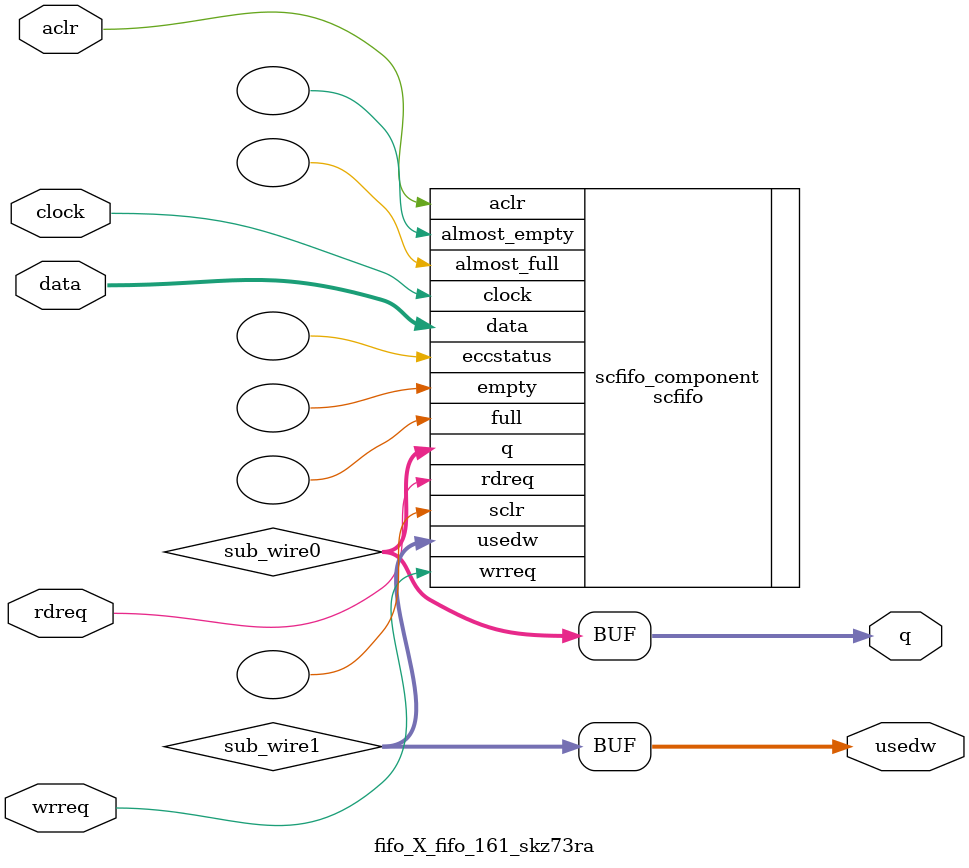
<source format=v>



`timescale 1 ps / 1 ps
// synopsys translate_on
module  fifo_X_fifo_161_skz73ra  (
    aclr,
    clock,
    data,
    rdreq,
    wrreq,
    q,
    usedw);

    input    aclr;
    input    clock;
    input  [31:0]  data;
    input    rdreq;
    input    wrreq;
    output [31:0]  q;
    output [11:0]  usedw;

    wire [31:0] sub_wire0;
    wire [11:0] sub_wire1;
    wire [31:0] q = sub_wire0[31:0];
    wire [11:0] usedw = sub_wire1[11:0];

    scfifo  scfifo_component (
                .aclr (aclr),
                .clock (clock),
                .data (data),
                .rdreq (rdreq),
                .wrreq (wrreq),
                .q (sub_wire0),
                .usedw (sub_wire1),
                .almost_empty (),
                .almost_full (),
                .eccstatus (),
                .empty (),
                .full (),
                .sclr ());
    defparam
        scfifo_component.add_ram_output_register  = "OFF",
        scfifo_component.enable_ecc  = "FALSE",
        scfifo_component.intended_device_family  = "Arria 10",
        scfifo_component.lpm_numwords  = 4096,
        scfifo_component.lpm_showahead  = "ON",
        scfifo_component.lpm_type  = "scfifo",
        scfifo_component.lpm_width  = 32,
        scfifo_component.lpm_widthu  = 12,
        scfifo_component.overflow_checking  = "ON",
        scfifo_component.underflow_checking  = "ON",
        scfifo_component.use_eab  = "ON";


endmodule



</source>
